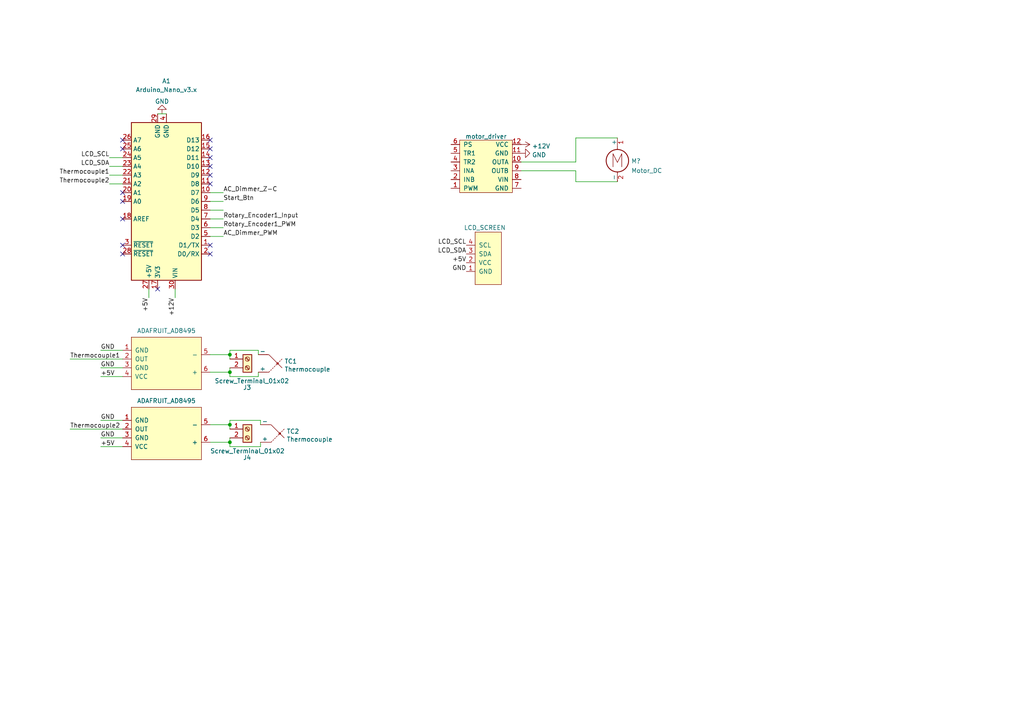
<source format=kicad_sch>
(kicad_sch (version 20211123) (generator eeschema)
  (paper "A4")
  (lib_symbols
    (symbol "LCD_SCREEN:LCD_SCREEN" (pin_names (offset 1.016))
      (property "Value" "LCD_SCREEN" (at 0 -8.89 0))
      (symbol "LCD_SCREEN_0_1"
        (rectangle (start -7.62 -7.62) (end 7.62 0) (fill (type background)))
      )
      (symbol "LCD_SCREEN_1_1"
        (pin input line (at -3.81 2.54 270) (length 2.54) (name "GND") (number "1"))
        (pin input line (at -1.27 2.54 270) (length 2.54) (name "VCC") (number "2"))
        (pin input line (at 1.27 2.54 270) (length 2.54) (name "SDA") (number "3"))
        (pin input line (at 3.81 2.54 270) (length 2.54) (name "SCL") (number "4"))
      )
    )
    (symbol "Motor:Motor_DC" (pin_names (offset 0))
      (property "Reference" "M" (at 2.54 2.54 0))
      (property "Value" "Motor_DC" (at 2.54 -5.08 0))
      (symbol "Motor_DC_0_0"
        (polyline (pts (xy -1.27 -3.302) (xy -1.27 0.508) (xy 0 -2.032) (xy 1.27 0.508) (xy 1.27 -3.302)))
      )
      (symbol "Motor_DC_0_1"
        (circle (center 0 -1.524) (radius 3.2512) (stroke (width 0.254)))
        (polyline (pts (xy 0 -7.62) (xy 0 -7.112)))
        (polyline (pts (xy 0 -4.7752) (xy 0 -5.1816)))
        (polyline (pts (xy 0 1.7272) (xy 0 2.0828)))
        (polyline (pts (xy 0 2.032) (xy 0 2.54)))
      )
      (symbol "Motor_DC_1_1"
        (pin passive line (at 0 5.08 270) (length 2.54) (name "+") (number "1"))
        (pin passive line (at 0 -7.62 90) (length 2.54) (name "-") (number "2"))
      )
    )
    (symbol "OvenControl-rescue:Arduino_Nano_v3.x-MCU_Module"
      (property "Reference" "A" (at -10.16 23.495 0))
      (property "Value" "Arduino_Nano_v3.x-MCU_Module" (at 5.08 -24.13 0))
      (symbol "Arduino_Nano_v3.x-MCU_Module_0_1"
        (rectangle (start -10.16 22.86) (end 10.16 -22.86) (stroke (width 0.254)) (fill (type background)))
      )
      (symbol "Arduino_Nano_v3.x-MCU_Module_1_1"
        (pin bidirectional line (at -12.7 12.7 0) (length 2.54) (name "D1/TX") (number "1"))
        (pin bidirectional line (at -12.7 -2.54 0) (length 2.54) (name "D7") (number "10"))
        (pin bidirectional line (at -12.7 -5.08 0) (length 2.54) (name "D8") (number "11"))
        (pin bidirectional line (at -12.7 -7.62 0) (length 2.54) (name "D9") (number "12"))
        (pin bidirectional line (at -12.7 -10.16 0) (length 2.54) (name "D10") (number "13"))
        (pin bidirectional line (at -12.7 -12.7 0) (length 2.54) (name "D11") (number "14"))
        (pin bidirectional line (at -12.7 -15.24 0) (length 2.54) (name "D12") (number "15"))
        (pin bidirectional line (at -12.7 -17.78 0) (length 2.54) (name "D13") (number "16"))
        (pin power_out line (at 2.54 25.4 270) (length 2.54) (name "3V3") (number "17"))
        (pin input line (at 12.7 5.08 180) (length 2.54) (name "AREF") (number "18"))
        (pin bidirectional line (at 12.7 0 180) (length 2.54) (name "A0") (number "19"))
        (pin bidirectional line (at -12.7 15.24 0) (length 2.54) (name "D0/RX") (number "2"))
        (pin bidirectional line (at 12.7 -2.54 180) (length 2.54) (name "A1") (number "20"))
        (pin bidirectional line (at 12.7 -5.08 180) (length 2.54) (name "A2") (number "21"))
        (pin bidirectional line (at 12.7 -7.62 180) (length 2.54) (name "A3") (number "22"))
        (pin bidirectional line (at 12.7 -10.16 180) (length 2.54) (name "A4") (number "23"))
        (pin bidirectional line (at 12.7 -12.7 180) (length 2.54) (name "A5") (number "24"))
        (pin bidirectional line (at 12.7 -15.24 180) (length 2.54) (name "A6") (number "25"))
        (pin bidirectional line (at 12.7 -17.78 180) (length 2.54) (name "A7") (number "26"))
        (pin power_out line (at 5.08 25.4 270) (length 2.54) (name "+5V") (number "27"))
        (pin input line (at 12.7 15.24 180) (length 2.54) (name "~{RESET}") (number "28"))
        (pin power_in line (at 2.54 -25.4 90) (length 2.54) (name "GND") (number "29"))
        (pin input line (at 12.7 12.7 180) (length 2.54) (name "~{RESET}") (number "3"))
        (pin power_in line (at -2.54 25.4 270) (length 2.54) (name "VIN") (number "30"))
        (pin power_in line (at 0 -25.4 90) (length 2.54) (name "GND") (number "4"))
        (pin bidirectional line (at -12.7 10.16 0) (length 2.54) (name "D2") (number "5"))
        (pin bidirectional line (at -12.7 7.62 0) (length 2.54) (name "D3") (number "6"))
        (pin bidirectional line (at -12.7 5.08 0) (length 2.54) (name "D4") (number "7"))
        (pin bidirectional line (at -12.7 2.54 0) (length 2.54) (name "D5") (number "8"))
        (pin bidirectional line (at -12.7 0 0) (length 2.54) (name "D6") (number "9"))
      )
    )
    (symbol "OvenControl-rescue:Screw_Terminal_01x02-Connector" (pin_names (offset 1.016) hide)
      (property "Reference" "J" (at 0 2.54 0))
      (property "Value" "Screw_Terminal_01x02-Connector" (at 0 -5.08 0))
      (symbol "Screw_Terminal_01x02-Connector_1_1"
        (rectangle (start -1.27 1.27) (end 1.27 -3.81) (stroke (width 0.254)) (fill (type background)))
        (circle (center 0 -2.54) (radius 0.635) (stroke (width 0.1524)))
        (polyline (pts (xy -0.5334 -2.2098) (xy 0.3302 -3.048)) (stroke (width 0.1524)))
        (polyline (pts (xy -0.5334 0.3302) (xy 0.3302 -0.508)) (stroke (width 0.1524)))
        (polyline (pts (xy -0.3556 -2.032) (xy 0.508 -2.8702)) (stroke (width 0.1524)))
        (polyline (pts (xy -0.3556 0.508) (xy 0.508 -0.3302)) (stroke (width 0.1524)))
        (circle (center 0 0) (radius 0.635) (stroke (width 0.1524)))
        (pin passive line (at -5.08 0 0) (length 3.81) (name "Pin_1") (number "1"))
        (pin passive line (at -5.08 -2.54 0) (length 3.81) (name "Pin_2") (number "2"))
      )
    )
    (symbol "OvenControl-rescue:Thermocouple-Device" (pin_numbers hide) (pin_names (offset 0))
      (property "Reference" "TC" (at -3.048 3.81 0))
      (property "Value" "Thermocouple-Device" (at -5.08 -4.064 0))
      (symbol "Thermocouple-Device_0_1"
        (circle (center -3.048 0) (radius 0.254) (fill (type outline)))
        (polyline (pts (xy -4.064 -1.016) (xy -4.318 -1.27)))
        (polyline (pts (xy -3.556 -0.508) (xy -3.81 -0.762)))
        (polyline (pts (xy -3.048 0) (xy -3.302 -0.254)))
        (polyline (pts (xy -2.54 0.508) (xy -2.794 0.254)))
        (polyline (pts (xy -2.032 1.016) (xy -2.286 0.762)))
        (polyline (pts (xy -1.524 1.524) (xy -1.778 1.27)))
        (polyline (pts (xy -1.016 2.032) (xy -1.27 1.778)))
        (polyline (pts (xy -0.508 2.54) (xy -0.762 2.286)))
        (polyline (pts (xy 0 -2.54) (xy -0.254 -2.54)))
        (polyline (pts (xy 0 2.54) (xy -0.508 2.54)))
        (polyline (pts (xy 0.254 -2.54) (xy -0.508 -2.54) (xy -4.318 1.27)))
      )
      (symbol "Thermocouple-Device_1_1"
        (pin passive line (at 2.54 2.54 180) (length 2.54) (name "+") (number "1"))
        (pin passive line (at 2.54 -2.54 180) (length 2.54) (name "-") (number "2"))
      )
    )
    (symbol "Thermocouple:ADAFRUIT_AD8495" (pin_names (offset 1.016))
      (property "Value" "ADAFRUIT_AD8495" (at 1.27 -17.78 0))
      (symbol "ADAFRUIT_AD8495_0_1"
        (rectangle (start -7.62 -10.16) (end 7.62 10.16) (fill (type background)))
      )
      (symbol "ADAFRUIT_AD8495_1_1"
        (pin input line (at -3.81 -12.7 90) (length 2.54) (name "GND") (number "1"))
        (pin input line (at -1.27 -12.7 90) (length 2.54) (name "OUT") (number "2"))
        (pin input line (at 1.27 -12.7 90) (length 2.54) (name "GND") (number "3"))
        (pin input line (at 3.81 -12.7 90) (length 2.54) (name "VCC") (number "4"))
        (pin input line (at -2.54 12.7 270) (length 2.54) (name "-") (number "5"))
        (pin input line (at 2.54 12.7 270) (length 2.54) (name "+") (number "6"))
      )
    )
    (symbol "motor_drive:motor_driver" (pin_names (offset 1.016))
      (property "Value" "motor_driver" (at 0 -10.16 0))
      (symbol "motor_driver_0_1"
        (rectangle (start -7.62 -7.62) (end 7.62 7.62) (fill (type background)))
      )
      (symbol "motor_driver_1_1"
        (pin input line (at -10.16 -6.35 0) (length 2.54) (name "PWM") (number "1"))
        (pin input line (at 10.16 1.27 180) (length 2.54) (name "OUTA") (number "10"))
        (pin input line (at 10.16 3.81 180) (length 2.54) (name "GND") (number "11"))
        (pin power_in line (at 10.16 6.35 180) (length 2.54) (name "VCC") (number "12"))
        (pin input line (at -10.16 -3.81 0) (length 2.54) (name "INB") (number "2"))
        (pin input line (at -10.16 -1.27 0) (length 2.54) (name "INA") (number "3"))
        (pin input line (at -10.16 1.27 0) (length 2.54) (name "TR2") (number "4"))
        (pin input line (at -10.16 3.81 0) (length 2.54) (name "TR1") (number "5"))
        (pin input line (at -10.16 6.35 0) (length 2.54) (name "PS") (number "6"))
        (pin input line (at 10.16 -6.35 180) (length 2.54) (name "GND") (number "7"))
        (pin power_in line (at 10.16 -3.81 180) (length 2.54) (name "VIN") (number "8"))
        (pin input line (at 10.16 -1.27 180) (length 2.54) (name "OUTB") (number "9"))
      )
    )
    (symbol "power:+12V" (power) (pin_names (offset 0))
      (property "Value" "+12V" (at 0 3.556 0))
      (symbol "+12V_0_1"
        (polyline (pts (xy -0.762 1.27) (xy 0 2.54)))
        (polyline (pts (xy 0 0) (xy 0 2.54)))
        (polyline (pts (xy 0 2.54) (xy 0.762 1.27)))
      )
      (symbol "+12V_1_1"
        (pin power_in line (at 0 0 90) (length 0) hide (name "+12V") (number "1"))
      )
    )
    (symbol "power:GND" (power) (pin_names (offset 0))
      (property "Value" "GND" (at 0 -3.81 0))
      (symbol "GND_0_1"
        (polyline (pts (xy 0 0) (xy 0 -1.27) (xy 1.27 -1.27) (xy 0 -2.54) (xy -1.27 -1.27) (xy 0 -1.27)))
      )
      (symbol "GND_1_1"
        (pin power_in line (at 0 0 270) (length 0) hide (name "GND") (number "1"))
      )
    )
  )
  (junction (at 66.675 128.27))
  (junction (at 66.675 102.87))
  (junction (at 66.675 107.95))
  (junction (at 66.675 123.19))
  (no_connect (at 60.96 48.26))
  (no_connect (at 35.56 58.42))
  (no_connect (at 60.96 73.66))
  (no_connect (at 45.72 83.82))
  (no_connect (at 35.56 43.18))
  (no_connect (at 60.96 71.12))
  (no_connect (at 35.56 73.66))
  (no_connect (at 60.96 40.64))
  (no_connect (at 35.56 55.88))
  (no_connect (at 35.56 71.12))
  (no_connect (at 35.56 63.5))
  (no_connect (at 60.96 43.18))
  (no_connect (at 60.96 53.34))
  (no_connect (at 35.56 40.64))
  (no_connect (at 60.96 45.72))
  (no_connect (at 60.96 50.8))
  (wire (pts (xy 167.005 40.005) (xy 167.005 46.99)))
  (wire (pts (xy 35.56 124.46) (xy 20.32 124.46)))
  (wire (pts (xy 29.21 109.22) (xy 35.56 109.22)))
  (wire (pts (xy 66.675 101.6) (xy 74.93 101.6)))
  (wire (pts (xy 179.07 52.705) (xy 167.005 52.705)))
  (wire (pts (xy 66.675 121.92) (xy 75.565 121.92)))
  (wire (pts (xy 66.675 129.54) (xy 75.565 129.54)))
  (wire (pts (xy 35.56 50.8) (xy 31.75 50.8)))
  (wire (pts (xy 35.56 127) (xy 29.21 127)))
  (wire (pts (xy 35.56 106.68) (xy 29.21 106.68)))
  (wire (pts (xy 60.96 63.5) (xy 64.77 63.5)))
  (wire (pts (xy 60.96 128.27) (xy 66.675 128.27)))
  (wire (pts (xy 60.96 66.04) (xy 64.77 66.04)))
  (wire (pts (xy 66.675 127) (xy 66.675 128.27)))
  (wire (pts (xy 66.675 128.27) (xy 66.675 129.54)))
  (wire (pts (xy 66.675 123.19) (xy 66.675 121.92)))
  (wire (pts (xy 75.565 129.54) (xy 75.565 128.27)))
  (wire (pts (xy 60.96 68.58) (xy 64.77 68.58)))
  (wire (pts (xy 35.56 45.72) (xy 31.75 45.72)))
  (wire (pts (xy 167.005 52.705) (xy 167.005 49.53)))
  (wire (pts (xy 167.005 49.53) (xy 151.13 49.53)))
  (wire (pts (xy 66.675 102.87) (xy 66.675 101.6)))
  (wire (pts (xy 60.96 123.19) (xy 66.675 123.19)))
  (wire (pts (xy 167.005 46.99) (xy 151.13 46.99)))
  (wire (pts (xy 74.93 101.6) (xy 74.93 102.87)))
  (wire (pts (xy 66.675 102.87) (xy 66.675 104.14)))
  (wire (pts (xy 66.675 123.19) (xy 66.675 124.46)))
  (wire (pts (xy 60.96 58.42) (xy 64.77 58.42)))
  (wire (pts (xy 60.96 107.95) (xy 66.675 107.95)))
  (wire (pts (xy 60.96 55.88) (xy 64.77 55.88)))
  (wire (pts (xy 66.675 107.95) (xy 66.675 106.68)))
  (wire (pts (xy 179.07 40.005) (xy 167.005 40.005)))
  (wire (pts (xy 66.675 109.22) (xy 74.93 109.22)))
  (wire (pts (xy 35.56 121.92) (xy 29.21 121.92)))
  (wire (pts (xy 74.93 109.22) (xy 74.93 107.95)))
  (wire (pts (xy 45.72 33.02) (xy 48.26 33.02)))
  (wire (pts (xy 35.56 48.26) (xy 31.75 48.26)))
  (wire (pts (xy 50.8 83.82) (xy 50.8 86.36)))
  (wire (pts (xy 35.56 129.54) (xy 29.21 129.54)))
  (wire (pts (xy 60.96 102.87) (xy 66.675 102.87)))
  (wire (pts (xy 35.56 101.6) (xy 29.21 101.6)))
  (wire (pts (xy 66.675 107.95) (xy 66.675 109.22)))
  (wire (pts (xy 43.18 83.82) (xy 43.18 86.36)))
  (wire (pts (xy 75.565 121.92) (xy 75.565 123.19)))
  (wire (pts (xy 60.96 60.96) (xy 64.77 60.96)))
  (wire (pts (xy 35.56 53.34) (xy 31.75 53.34)))
  (wire (pts (xy 35.56 104.14) (xy 20.32 104.14)))
  (label "Rotary_Encoder1_PWM" (at 64.77 66.04 0))
  (label "LCD_SCL" (at 135.255 71.12 180))
  (label "Thermocouple1" (at 20.32 104.14 0))
  (label "+5V" (at 29.21 129.54 0))
  (label "Thermocouple1" (at 31.75 50.8 180))
  (label "GND" (at 29.21 127 0))
  (label "LCD_SDA" (at 135.255 73.66 180))
  (label "LCD_SCL" (at 31.75 45.72 180))
  (label "AC_Dimmer_Z-C" (at 64.77 55.88 0))
  (label "GND" (at 29.21 106.68 0))
  (label "Thermocouple2" (at 20.32 124.46 0))
  (label "AC_Dimmer_PWM" (at 64.77 68.58 0))
  (label "Rotary_Encoder1_Input" (at 64.77 63.5 0))
  (label "+5V" (at 43.18 86.36 270))
  (label "GND" (at 29.21 121.92 0))
  (label "Start_Btn" (at 64.77 58.42 0))
  (label "Thermocouple2" (at 31.75 53.34 180))
  (label "+5V" (at 29.21 109.22 0))
  (label "LCD_SDA" (at 31.75 48.26 180))
  (label "+12V" (at 50.8 86.36 270))
  (label "GND" (at 29.21 101.6 0))
  (label "+5V" (at 135.255 76.2 180))
  (label "GND" (at 135.255 78.74 180))
  (symbol (lib_id "OvenControl-rescue:Arduino_Nano_v3.x-MCU_Module") (at 48.26 58.42 180) (unit 1)
    (property "Reference" "A1" (at 48.26 23.495 0))
    (property "Value" "Arduino_Nano_v3.x" (at 48.26 26.035 0))
    (property "Footprint" "Module:Arduino_Nano" (effects hide))
    (property "Datasheet" "http://www.mouser.com/pdfdocs/Gravitech_Arduino_Nano3_0.pdf" (effects hide))
  )
  (symbol (lib_id "OvenControl-rescue:Screw_Terminal_01x02-Connector") (at 71.755 124.46 0) (unit 1)
    (property "Reference" "J4" (at 70.485 132.715 0) (effects (justify left)))
    (property "Value" "Screw_Terminal_01x02" (at 60.96 130.81 0) (effects (justify left)))
    (property "Footprint" "TerminalBlock:TerminalBlock_bornier-2_P5.08mm" (effects hide))
  )
  (symbol (lib_id "OvenControl-rescue:Screw_Terminal_01x02-Connector") (at 71.755 104.14 0) (unit 1)
    (property "Reference" "J3" (at 70.485 112.395 0) (effects (justify left)))
    (property "Value" "Screw_Terminal_01x02" (at 62.23 110.49 0) (effects (justify left)))
    (property "Footprint" "TerminalBlock:TerminalBlock_bornier-2_P5.08mm" (effects hide))
  )
  (symbol (lib_id "OvenControl-rescue:Thermocouple-Device") (at 77.47 105.41 180) (unit 1)
    (property "Reference" "TC1" (at 82.4992 104.8004 0) (effects (justify right)))
    (property "Value" "Thermocouple" (at 82.4992 107.1118 0) (effects (justify right)))
  )
  (symbol (lib_id "OvenControl-rescue:Thermocouple-Device") (at 78.105 125.73 180) (unit 1)
    (property "Reference" "TC2" (at 83.1342 125.1204 0) (effects (justify right)))
    (property "Value" "Thermocouple" (at 83.1342 127.4318 0) (effects (justify right)))
  )
  (symbol (lib_id "Thermocouple:ADAFRUIT_AD8495") (at 48.26 105.41 270) (unit 1)
    (property "Reference" "U1" (effects hide))
    (property "Value" "ADAFRUIT_AD8495" (at 48.26 95.9358 90))
    (property "Footprint" "OvenControl_custom_parts:thermoucouple_AD8495" (effects hide))
  )
  (symbol (lib_id "Thermocouple:ADAFRUIT_AD8495") (at 48.26 125.73 270) (unit 1)
    (property "Reference" "U2" (effects hide))
    (property "Value" "ADAFRUIT_AD8495" (at 48.26 116.2558 90))
    (property "Footprint" "OvenControl_custom_parts:thermoucouple_AD8495" (effects hide))
  )
  (symbol (lib_id "LCD_SCREEN:LCD_SCREEN") (at 137.795 74.93 90) (unit 1)
    (property "Reference" "U3" (effects hide))
    (property "Value" "LCD_SCREEN" (at 146.685 66.04 90) (effects (justify left)))
    (property "Footprint" "OvenControl_custom_parts:LCD_SCREEN" (effects hide))
  )
  (symbol (lib_id "motor_drive:motor_driver") (at 140.97 48.26 0) (unit 1)
    (property "Reference" "U?" (effects hide))
    (property "Value" "motor_driver" (at 140.97 39.5755 0))
  )
  (symbol (lib_id "power:GND") (at 151.13 44.45 90) (unit 1)
    (property "Reference" "#PWR?" (effects hide))
    (property "Value" "GND" (at 154.305 44.929 90) (effects (justify right)))
  )
  (symbol (lib_id "power:GND") (at 46.99 33.02 180) (unit 1)
    (property "Reference" "#PWR?" (effects hide))
    (property "Value" "GND" (at 46.99 29.4155 0))
  )
  (symbol (lib_id "Motor:Motor_DC") (at 179.07 45.085 0) (unit 1)
    (property "Reference" "M?" (at 183.0832 46.7165 0) (effects (justify left)))
    (property "Value" "Motor_DC" (at 183.0832 49.4916 0) (effects (justify left)))
  )
  (symbol (lib_id "power:+12V") (at 151.13 41.91 270) (unit 1)
    (property "Reference" "#PWR?" (effects hide))
    (property "Value" "+12V" (at 154.305 42.389 90) (effects (justify left)))
  )
)
</source>
